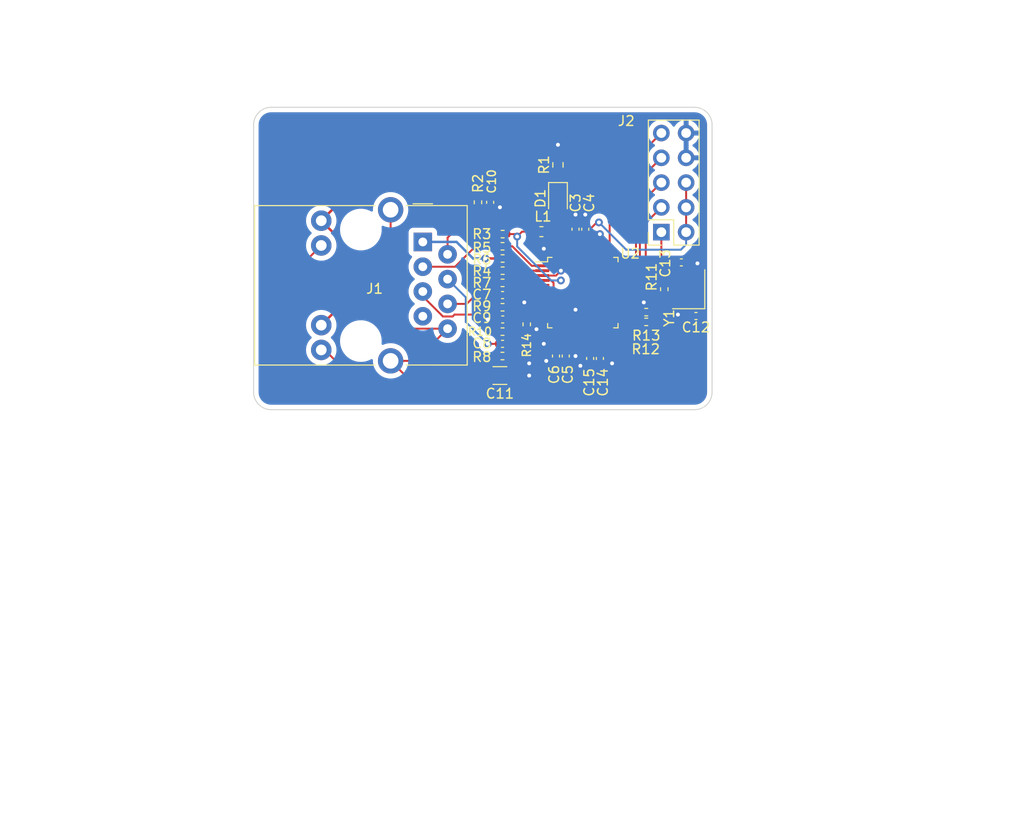
<source format=kicad_pcb>
(kicad_pcb (version 20211014) (generator pcbnew)
  (layers (0 "F.Cu" signal) (31 "B.Cu" signal) (34 "B.Paste" user) (35 "F.Paste" user) (36 "B.SilkS" user "B.Silkscreen") (37 "F.SilkS" user "F.Silkscreen") (38 "B.Mask" user) (39 "F.Mask" user) (44 "Edge.Cuts" user))
  (net 0 "")
  (net 1 "GND")
  (net 2 "+3V3")
  (net 3 "+3.3VA")
  (net 4 "Net-(C7-Pad2)")
  (net 5 "Net-(C8-Pad2)")
  (net 6 "Net-(C9-Pad2)")
  (net 7 "Net-(C12-Pad1)")
  (net 8 "Net-(C13-Pad1)")
  (net 9 "Net-(C15-Pad1)")
  (net 10 "Net-(D1-Pad1)")
  (net 11 "/A_LED")
  (net 12 "/K_LED")
  (net 13 "Net-(R5-Pad1)")
  (net 14 "Net-(R6-Pad1)")
  (net 15 "Net-(R7-Pad1)")
  (net 16 "Net-(R8-Pad1)")
  (net 17 "Net-(R12-Pad1)")
  (net 18 "Net-(R13-Pad1)")
  (net 19 "Net-(R14-Pad1)")
  (net 20 "SCS_eth")
  (net 21 "SCLK_eth")
  (net 22 "MISO_eth")
  (net 23 "MOSI_eth")
  (net 24 "RESET_eth")
  (net 25 "Net-(C7-Pad1)")
  (net 26 "Net-(C8-Pad1)")
  (net 27 "Net-(C10-Pad2)")
  (net 28 "Net-(C11-Pad2)")
  (net 29 "Net-(U2-Pad22)")
  (net 30 "Net-(J1-Pad1)")
  (net 31 "Net-(J1-Pad3)")
  (footprint "Crystal:Crystal_SMD_3225-4Pin_3.2x2.5mm" (layer "F.Cu") (at 125.6 69.65 90)
    (fp_text reference "Y1" (at -2.95 -2 90) (layer "F.SilkS"))
    (fp_text value "X322525MOB4SI")
    (pad "1" smd rect locked (at -1.1 0.85 90) (size 1.4 1.2) (layers "F.Cu" "F.Paste" "F.Mask") (net 7 "Net-(C12-Pad1)"))
    (pad "2" smd rect locked (at 1.1 0.85 90) (size 1.4 1.2) (layers "F.Cu" "F.Paste" "F.Mask") (net 1 "GND"))
    (pad "3" smd rect locked (at 1.1 -0.85 90) (size 1.4 1.2) (layers "F.Cu" "F.Paste" "F.Mask") (net 8 "Net-(C13-Pad1)"))
    (pad "4" smd rect locked (at -1.1 -0.85 90) (size 1.4 1.2) (layers "F.Cu" "F.Paste" "F.Mask") (net 1 "GND"))
  )
  (footprint "Capacitor_SMD:C_0402_1005Metric" (layer "F.Cu") (at 124.85 66.9)
    (fp_text reference "C13" (at -1.65 0.1 90) (layer "F.SilkS"))
    (fp_text value "10n")
    (pad "1" smd roundrect locked (at -0.48 0) (size 0.56 0.62) (layers "F.Cu" "F.Paste" "F.Mask") (net 8 "Net-(C13-Pad1)"))
    (pad "2" smd roundrect locked (at 0.48 0) (size 0.56 0.62) (layers "F.Cu" "F.Paste" "F.Mask") (net 1 "GND"))
  )
  (footprint "Capacitor_SMD:C_0402_1005Metric" (layer "F.Cu") (at 105.25 60.74 90)
    (fp_text reference "C10" (at 2.14 0.15 90) (layer "F.SilkS") (effects (font (size 0.85 0.85))))
    (fp_text value "22n")
    (pad "1" smd roundrect locked (at -0.48 0 90) (size 0.56 0.62) (layers "F.Cu" "F.Paste" "F.Mask") (net 1 "GND"))
    (pad "2" smd roundrect locked (at 0.48 0 90) (size 0.56 0.62) (layers "F.Cu" "F.Paste" "F.Mask") (net 27 "Net-(C10-Pad2)"))
  )
  (footprint "Resistor_SMD:R_0402_1005Metric" (layer "F.Cu") (at 121.25 73)
    (fp_text reference "R12" (at -0.05 2.8) (layer "F.SilkS"))
    (fp_text value "330R")
    (pad "1" smd roundrect locked (at -0.51 0) (size 0.54 0.64) (layers "F.Cu" "F.Paste" "F.Mask") (net 17 "Net-(R12-Pad1)"))
    (pad "2" smd roundrect locked (at 0.51 0) (size 0.54 0.64) (layers "F.Cu" "F.Paste" "F.Mask") (net 12 "/K_LED"))
  )
  (footprint "Resistor_SMD:R_0402_1005Metric" (layer "F.Cu") (at 123.1 69.65 90)
    (fp_text reference "R11" (at 1.25 -1.3 90) (layer "F.SilkS"))
    (fp_text value "1M")
    (pad "1" smd roundrect locked (at -0.51 0 90) (size 0.54 0.64) (layers "F.Cu" "F.Paste" "F.Mask") (net 7 "Net-(C12-Pad1)"))
    (pad "2" smd roundrect locked (at 0.51 0 90) (size 0.54 0.64) (layers "F.Cu" "F.Paste" "F.Mask") (net 8 "Net-(C13-Pad1)"))
  )
  (footprint "Capacitor_SMD:C_0402_1005Metric" (layer "F.Cu") (at 106.52 75.25 180)
    (fp_text reference "C8" (at 2.12 0.05) (layer "F.SilkS"))
    (fp_text value "6.8n")
    (pad "1" smd roundrect locked (at -0.48 0 180) (size 0.56 0.62) (layers "F.Cu" "F.Paste" "F.Mask") (net 26 "Net-(C8-Pad1)"))
    (pad "2" smd roundrect locked (at 0.48 0 180) (size 0.56 0.62) (layers "F.Cu" "F.Paste" "F.Mask") (net 5 "Net-(C8-Pad2)"))
  )
  (footprint "Inductor_SMD:L_0603_1608Metric" (layer "F.Cu") (at 110.5 63.75 180)
    (fp_text reference "L1" (at -0.162779 1.55) (layer "F.SilkS"))
    (fp_text value "1K2 100MHz 140mOhm")
    (pad "1" smd roundrect locked (at -0.7875 0 180) (size 0.875 0.95) (layers "F.Cu" "F.Paste" "F.Mask") (net 2 "+3V3"))
    (pad "2" smd roundrect locked (at 0.7875 0 180) (size 0.875 0.95) (layers "F.Cu" "F.Paste" "F.Mask") (net 3 "+3.3VA"))
  )
  (footprint "Capacitor_SMD:C_0402_1005Metric" (layer "F.Cu") (at 116.5 76.75 -90)
    (fp_text reference "C14" (at 2.45 -0.3 90) (layer "F.SilkS"))
    (fp_text value "10n")
    (pad "1" smd roundrect locked (at -0.48 0 270) (size 0.56 0.62) (layers "F.Cu" "F.Paste" "F.Mask") (net 29 "Net-(U2-Pad22)"))
    (pad "2" smd roundrect locked (at 0.48 0 270) (size 0.56 0.62) (layers "F.Cu" "F.Paste" "F.Mask") (net 1 "GND"))
  )
  (footprint "Resistor_SMD:R_0402_1005Metric" (layer "F.Cu") (at 106.52 74 180)
    (fp_text reference "R10" (at 2.32 0) (layer "F.SilkS") (effects (font (size 0.85 0.85))))
    (fp_text value "49R")
    (pad "1" smd roundrect locked (at -0.51 0 180) (size 0.54 0.64) (layers "F.Cu" "F.Paste" "F.Mask") (net 26 "Net-(C8-Pad1)"))
    (pad "2" smd roundrect locked (at 0.51 0 180) (size 0.54 0.64) (layers "F.Cu" "F.Paste" "F.Mask") (net 6 "Net-(C9-Pad2)"))
  )
  (footprint "Capacitor_SMD:C_1206_3216Metric" (layer "F.Cu") (at 106.25 78.5 180)
    (fp_text reference "C11" (at 0 -1.85) (layer "F.SilkS"))
    (fp_text value "1n/10kV")
    (pad "1" smd roundrect locked (at -1.475 0 180) (size 1.15 1.8) (layers "F.Cu" "F.Paste" "F.Mask") (roundrect_rratio 0.2173913043) (net 1 "GND"))
    (pad "2" smd roundrect locked (at 1.475 0 180) (size 1.15 1.8) (layers "F.Cu" "F.Paste" "F.Mask") (roundrect_rratio 0.2173913043) (net 28 "Net-(C11-Pad2)"))
  )
  (footprint "Capacitor_SMD:C_0402_1005Metric" (layer "F.Cu") (at 126.35 72.4 180)
    (fp_text reference "C12" (at 0 -1.16) (layer "F.SilkS"))
    (fp_text value "10n")
    (pad "1" smd roundrect locked (at -0.48 0 180) (size 0.56 0.62) (layers "F.Cu" "F.Paste" "F.Mask") (net 7 "Net-(C12-Pad1)"))
    (pad "2" smd roundrect locked (at 0.48 0 180) (size 0.56 0.62) (layers "F.Cu" "F.Paste" "F.Mask") (net 1 "GND"))
  )
  (footprint "Capacitor_SMD:C_0402_1005Metric" (layer "F.Cu") (at 106.52 70.25 180)
    (fp_text reference "C7" (at 2.12 0.05) (layer "F.SilkS"))
    (fp_text value "6.8n")
    (pad "1" smd roundrect locked (at -0.48 0 180) (size 0.56 0.62) (layers "F.Cu" "F.Paste" "F.Mask") (net 25 "Net-(C7-Pad1)"))
    (pad "2" smd roundrect locked (at 0.48 0 180) (size 0.56 0.62) (layers "F.Cu" "F.Paste" "F.Mask") (net 4 "Net-(C7-Pad2)"))
  )
  (footprint "Package_QFP:LQFP-48_7x7mm_P0.5mm" (layer "F.Cu") (at 114.75 70)
    (fp_text reference "U2" (at 4.85 -4) (layer "F.SilkS"))
    (fp_text value "W5500")
    (pad "1" smd roundrect locked (at -4.1625 -2.75) (size 1.475 0.3) (layers "F.Cu" "F.Paste" "F.Mask") (net 13 "Net-(R5-Pad1)"))
    (pad "2" smd roundrect locked (at -4.1625 -2.25) (size 1.475 0.3) (layers "F.Cu" "F.Paste" "F.Mask") (net 14 "Net-(R6-Pad1)"))
    (pad "3" smd roundrect locked (at -4.1625 -1.75) (size 1.475 0.3) (layers "F.Cu" "F.Paste" "F.Mask") (net 1 "GND"))
    (pad "4" smd roundrect locked (at -4.1625 -1.25) (size 1.475 0.3) (layers "F.Cu" "F.Paste" "F.Mask") (net 3 "+3.3VA"))
    (pad "5" smd roundrect locked (at -4.1625 -0.75) (size 1.475 0.3) (layers "F.Cu" "F.Paste" "F.Mask") (net 15 "Net-(R7-Pad1)"))
    (pad "6" smd roundrect locked (at -4.1625 -0.25) (size 1.475 0.3) (layers "F.Cu" "F.Paste" "F.Mask") (net 16 "Net-(R8-Pad1)"))
    (pad "7" smd roundrect locked (at -4.1625 0.25) (size 1.475 0.3) (layers "F.Cu" "F.Paste" "F.Mask"))
    (pad "8" smd roundrect locked (at -4.1625 0.75) (size 1.475 0.3) (layers "F.Cu" "F.Paste" "F.Mask") (net 3 "+3.3VA"))
    (pad "9" smd roundrect locked (at -4.1625 1.25) (size 1.475 0.3) (layers "F.Cu" "F.Paste" "F.Mask") (net 1 "GND"))
    (pad "10" smd roundrect locked (at -4.1625 1.75) (size 1.475 0.3) (layers "F.Cu" "F.Paste" "F.Mask") (net 19 "Net-(R14-Pad1)"))
    (pad "11" smd roundrect locked (at -4.1625 2.25) (size 1.475 0.3) (layers "F.Cu" "F.Paste" "F.Mask") (net 3 "+3.3VA"))
    (pad "12" smd roundrect locked (at -4.1625 2.75) (size 1.475 0.3) (layers "F.Cu" "F.Paste" "F.Mask"))
    (pad "13" smd roundrect locked (at -2.75 4.1625) (size 0.3 1.475) (layers "F.Cu" "F.Paste" "F.Mask"))
    (pad "14" smd roundrect locked (at -2.25 4.1625) (size 0.3 1.475) (layers "F.Cu" "F.Paste" "F.Mask") (net 1 "GND"))
    (pad "15" smd roundrect locked (at -1.75 4.1625) (size 0.3 1.475) (layers "F.Cu" "F.Paste" "F.Mask") (net 3 "+3.3VA"))
    (pad "16" smd roundrect locked (at -1.25 4.1625) (size 0.3 1.475) (layers "F.Cu" "F.Paste" "F.Mask") (net 1 "GND"))
    (pad "17" smd roundrect locked (at -0.75 4.1625) (size 0.3 1.475) (layers "F.Cu" "F.Paste" "F.Mask") (net 3 "+3.3VA"))
    (pad "18" smd roundrect locked (at -0.25 4.1625) (size 0.3 1.475) (layers "F.Cu" "F.Paste" "F.Mask"))
    (pad "19" smd roundrect locked (at 0.25 4.1625) (size 0.3 1.475) (layers "F.Cu" "F.Paste" "F.Mask") (net 1 "GND"))
    (pad "20" smd roundrect locked (at 0.75 4.1625) (size 0.3 1.475) (layers "F.Cu" "F.Paste" "F.Mask") (net 9 "Net-(C15-Pad1)"))
    (pad "21" smd roundrect locked (at 1.25 4.1625) (size 0.3 1.475) (layers "F.Cu" "F.Paste" "F.Mask") (net 3 "+3.3VA"))
    (pad "22" smd roundrect locked (at 1.75 4.1625) (size 0.3 1.475) (layers "F.Cu" "F.Paste" "F.Mask") (net 29 "Net-(U2-Pad22)"))
    (pad "23" smd roundrect locked (at 2.25 4.1625) (size 0.3 1.475) (layers "F.Cu" "F.Paste" "F.Mask") (net 1 "GND"))
    (pad "24" smd roundrect locked (at 2.75 4.1625) (size 0.3 1.475) (layers "F.Cu" "F.Paste" "F.Mask"))
    (pad "25" smd roundrect locked (at 4.1625 2.75) (size 1.475 0.3) (layers "F.Cu" "F.Paste" "F.Mask") (net 17 "Net-(R12-Pad1)"))
    (pad "26" smd roundrect locked (at 4.1625 2.25) (size 1.475 0.3) (layers "F.Cu" "F.Paste" "F.Mask"))
    (pad "27" smd roundrect locked (at 4.1625 1.75) (size 1.475 0.3) (layers "F.Cu" "F.Paste" "F.Mask") (net 18 "Net-(R13-Pad1)"))
    (pad "28" smd roundrect locked (at 4.1625 1.25) (size 1.475 0.3) (layers "F.Cu" "F.Paste" "F.Mask") (net 2 "+3V3"))
    (pad "29" smd roundrect locked (at 4.1625 0.75) (size 1.475 0.3) (layers "F.Cu" "F.Paste" "F.Mask") (net 1 "GND"))
    (pad "30" smd roundrect locked (at 4.1625 0.25) (size 1.475 0.3) (layers "F.Cu" "F.Paste" "F.Mask") (net 7 "Net-(C12-Pad1)"))
    (pad "31" smd roundrect locked (at 4.1625 -0.25) (size 1.475 0.3) (layers "F.Cu" "F.Paste" "F.Mask") (net 8 "Net-(C13-Pad1)"))
    (pad "32" smd roundrect locked (at 4.1625 -0.75) (size 1.475 0.3) (layers "F.Cu" "F.Paste" "F.Mask") (net 20 "SCS_eth"))
    (pad "33" smd roundrect locked (at 4.1625 -1.25) (size 1.475 0.3) (layers "F.Cu" "F.Paste" "F.Mask") (net 21 "SCLK_eth"))
    (pad "34" smd roundrect locked (at 4.1625 -1.75) (size 1.475 0.3) (layers "F.Cu" "F.Paste" "F.Mask") (net 22 "MISO_eth"))
    (pad "35" smd roundrect locked (at 4.1625 -2.25) (size 1.475 0.3) (layers "F.Cu" "F.Paste" "F.Mask") (net 23 "MOSI_eth"))
    (pad "36" smd roundrect locked (at 4.1625 -2.75) (size 1.475 0.3) (layers "F.Cu" "F.Paste" "F.Mask") (net 2 "+3V3"))
    (pad "37" smd roundrect locked (at 2.75 -4.1625) (size 0.3 1.475) (layers "F.Cu" "F.Paste" "F.Mask") (net 24 "RESET_eth"))
    (pad "38" smd roundrect locked (at 2.25 -4.1625) (size 0.3 1.475) (layers "F.Cu" "F.Paste" "F.Mask") (net 1 "GND"))
    (pad "39" smd roundrect locked (at 1.75 -4.1625) (size 0.3 1.475) (layers "F.Cu" "F.Paste" "F.Mask") (net 1 "GND"))
    (pad "40" smd roundrect locked (at 1.25 -4.1625) (size 0.3 1.475) (layers "F.Cu" "F.Paste" "F.Mask") (net 1 "GND"))
    (pad "41" smd roundrect locked (at 0.75 -4.1625) (size 0.3 1.475) (layers "F.Cu" "F.Paste" "F.Mask") (net 1 "GND"))
    (pad "42" smd roundrect locked (at 0.25 -4.1625) (size 0.3 1.475) (layers "F.Cu" "F.Paste" "F.Mask") (net 1 "GND"))
    (pad "43" smd roundrect locked (at -0.25 -4.1625) (size 0.3 1.475) (layers "F.Cu" "F.Paste" "F.Mask") (net 2 "+3V3"))
    (pad "44" smd roundrect locked (at -0.75 -4.1625) (size 0.3 1.475) (layers "F.Cu" "F.Paste" "F.Mask") (net 2 "+3V3"))
    (pad "45" smd roundrect locked (at -1.25 -4.1625) (size 0.3 1.475) (layers "F.Cu" "F.Paste" "F.Mask") (net 2 "+3V3"))
    (pad "46" smd roundrect locked (at -1.75 -4.1625) (size 0.3 1.475) (layers "F.Cu" "F.Paste" "F.Mask"))
    (pad "47" smd roundrect locked (at -2.25 -4.1625) (size 0.3 1.475) (layers "F.Cu" "F.Paste" "F.Mask"))
    (pad "48" smd roundrect locked (at -2.75 -4.1625) (size 0.3 1.475) (layers "F.Cu" "F.Paste" "F.Mask") (net 1 "GND"))
  )
  (footprint "Resistor_SMD:R_0402_1005Metric" (layer "F.Cu") (at 106.52 69 180)
    (fp_text reference "R7" (at 2.12 0) (layer "F.SilkS"))
    (fp_text value "3.3R")
    (pad "1" smd roundrect locked (at -0.51 0 180) (size 0.54 0.64) (layers "F.Cu" "F.Paste" "F.Mask") (net 15 "Net-(R7-Pad1)"))
    (pad "2" smd roundrect locked (at 0.51 0 180) (size 0.54 0.64) (layers "F.Cu" "F.Paste" "F.Mask") (net 25 "Net-(C7-Pad1)"))
  )
  (footprint "Capacitor_SMD:C_0402_1005Metric" (layer "F.Cu") (at 115.5 76.75 -90)
    (fp_text reference "C15" (at 2.45 0.1 90) (layer "F.SilkS"))
    (fp_text value "10u")
    (pad "1" smd roundrect locked (at -0.48 0 270) (size 0.56 0.62) (layers "F.Cu" "F.Paste" "F.Mask") (net 9 "Net-(C15-Pad1)"))
    (pad "2" smd roundrect locked (at 0.48 0 270) (size 0.56 0.62) (layers "F.Cu" "F.Paste" "F.Mask") (net 1 "GND"))
  )
  (footprint "Resistor_SMD:R_0402_1005Metric" (layer "F.Cu") (at 106.53 66.5 180)
    (fp_text reference "R6" (at 2.13 -0.1) (layer "F.SilkS"))
    (fp_text value "3.3R")
    (pad "1" smd roundrect locked (at -0.51 0 180) (size 0.54 0.64) (layers "F.Cu" "F.Paste" "F.Mask") (net 14 "Net-(R6-Pad1)"))
    (pad "2" smd roundrect locked (at 0.51 0 180) (size 0.54 0.64) (layers "F.Cu" "F.Paste" "F.Mask") (net 30 "Net-(J1-Pad1)"))
  )
  (footprint "Resistor_SMD:R_0402_1005Metric" (layer "F.Cu") (at 106.51 76.5 180)
    (fp_text reference "R8" (at 2.11 -0.1) (layer "F.SilkS"))
    (fp_text value "3.3R")
    (pad "1" smd roundrect locked (at -0.51 0 180) (size 0.54 0.64) (layers "F.Cu" "F.Paste" "F.Mask") (net 16 "Net-(R8-Pad1)"))
    (pad "2" smd roundrect locked (at 0.51 0 180) (size 0.54 0.64) (layers "F.Cu" "F.Paste" "F.Mask") (net 26 "Net-(C8-Pad1)"))
  )
  (footprint "Connector_RJ:RJ45_Bel_SI-60062-F" (layer "F.Cu") (at 98.345 64.805 -90)
    (fp_text reference "J1" (at 4.795 4.945 180) (layer "F.SilkS"))
    (fp_text value "HR911105A")
    (pad "" np_thru_hole circle locked (at 10.16 6.35 270) (size 3.25 3.25) (drill 3.25) (layers *.Cu *.Mask))
    (pad "" np_thru_hole circle locked (at -1.27 6.35 270) (size 3.25 3.25) (drill 3.25) (layers *.Cu *.Mask))
    (pad "1" thru_hole rect locked (at 0 0 270) (size 1.9 1.9) (drill 0.9) (layers *.Cu *.Mask) (net 30 "Net-(J1-Pad1)"))
    (pad "2" thru_hole circle locked (at 1.27 -2.54 270) (size 1.9 1.9) (drill 0.9) (layers *.Cu *.Mask) (net 27 "Net-(C10-Pad2)"))
    (pad "3" thru_hole circle locked (at 2.54 0 270) (size 1.9 1.9) (drill 0.9) (layers *.Cu *.Mask) (net 31 "Net-(J1-Pad3)"))
    (pad "4" thru_hole circle locked (at 3.81 -2.54 270) (size 1.9 1.9) (drill 0.9) (layers *.Cu *.Mask) (net 5 "Net-(C8-Pad2)"))
    (pad "5" thru_hole circle locked (at 5.08 0 270) (size 1.9 1.9) (drill 0.9) (layers *.Cu *.Mask) (net 6 "Net-(C9-Pad2)"))
    (pad "6" thru_hole circle locked (at 6.35 -2.54 270) (size 1.9 1.9) (drill 0.9) (layers *.Cu *.Mask) (net 4 "Net-(C7-Pad2)"))
    (pad "7" thru_hole circle locked (at 7.62 0 270) (size 1.9 1.9) (drill 0.9) (layers *.Cu *.Mask))
    (pad "8" thru_hole circle locked (at 8.89 -2.54 270) (size 1.9 1.9) (drill 0.9) (layers *.Cu *.Mask) (net 28 "Net-(C11-Pad2)"))
    (pad "L1" thru_hole circle locked (at -2.18 10.41 270) (size 2.1 2.1) (drill 1.1) (layers *.Cu *.Mask) (net 2 "+3V3"))
    (pad "L2" thru_hole circle locked (at 0.36 10.41 270) (size 2.1 2.1) (drill 1.1) (layers *.Cu *.Mask) (net 11 "/A_LED"))
    (pad "L3" thru_hole circle locked (at 8.53 10.41 270) (size 2.1 2.1) (drill 1.1) (layers *.Cu *.Mask) (net 2 "+3V3"))
    (pad "L4" thru_hole circle locked (at 11.07 10.41 270) (size 2.1 2.1) (drill 1.1) (layers *.Cu *.Mask) (net 12 "/K_LED"))
    (pad "SH" thru_hole circle locked (at 12.19 3.3 270) (size 2.6 2.6) (drill 1.6) (layers *.Cu *.Mask) (net 28 "Net-(C11-Pad2)"))
    (pad "SH" thru_hole circle locked (at -3.3 3.3 270) (size 2.6 2.6) (drill 1.6) (layers *.Cu *.Mask) (net 28 "Net-(C11-Pad2)"))
  )
  (footprint "Connector_PinSocket_2.54mm:PinSocket_2x05_P2.54mm_Vertical" (layer "F.Cu") (at 122.8 63.8 180)
    (fp_text reference "J2" (at 3.6 11.4) (layer "F.SilkS"))
    (fp_text value "Conn_02x05_Odd_Even")
    (pad "1" thru_hole rect locked (at 0 0 180) (size 1.7 1.7) (drill 1) (layers *.Cu *.Mask) (net 20 "SCS_eth"))
    (pad "2" thru_hole oval locked (at -2.54 0 180) (size 1.7 1.7) (drill 1) (layers *.Cu *.Mask) (net 2 "+3V3"))
    (pad "3" thru_hole oval locked (at 0 2.54 180) (size 1.7 1.7) (drill 1) (layers *.Cu *.Mask) (net 21 "SCLK_eth"))
    (pad "4" thru_hole oval locked (at -2.54 2.54 180) (size 1.7 1.7) (drill 1) (layers *.Cu *.Mask) (net 2 "+3V3"))
    (pad "5" thru_hole oval locked (at 0 5.08 180) (size 1.7 1.7) (drill 1) (layers *.Cu *.Mask) (net 22 "MISO_eth"))
    (pad "6" thru_hole oval locked (at -2.54 5.08 180) (size 1.7 1.7) (drill 1) (layers *.Cu *.Mask) (net 2 "+3V3"))
    (pad "7" thru_hole oval locked (at 0 7.62 180) (size 1.7 1.7) (drill 1) (layers *.Cu *.Mask) (net 23 "MOSI_eth"))
    (pad "8" thru_hole oval locked (at -2.54 7.62 180) (size 1.7 1.7) (drill 1) (layers *.Cu *.Mask) (net 1 "GND"))
    (pad "9" thru_hole oval locked (at 0 10.16 180) (size 1.7 1.7) (drill 1) (layers *.Cu *.Mask) (net 24 "RESET_eth"))
    (pad "10" thru_hole oval locked (at -2.54 10.16 180) (size 1.7 1.7) (drill 1) (layers *.Cu *.Mask) (net 1 "GND"))
  )
  (footprint "Capacitor_SMD:C_0402_1005Metric" (layer "F.Cu") (at 106.54 72.75)
    (fp_text reference "C9" (at -2.14 -0.15) (layer "F.SilkS"))
    (fp_text value "10n")
    (pad "1" smd roundrect locked (at -0.48 0) (size 0.56 0.62) (layers "F.Cu" "F.Paste" "F.Mask") (net 1 "GND"))
    (pad "2" smd roundrect locked (at 0.48 0) (size 0.56 0.62) (layers "F.Cu" "F.Paste" "F.Mask") (net 6 "Net-(C9-Pad2)"))
  )
  (footprint "LED_SMD:LED_0805_2012Metric" (layer "F.Cu") (at 112.2 60.4 -90)
    (fp_text reference "D1" (at -0.05625 1.8 90) (layer "F.SilkS"))
    (fp_text value "LED")
    (pad "1" smd roundrect locked (at -0.9375 0 270) (size 0.975 1.4) (layers "F.Cu" "F.Paste" "F.Mask") (net 10 "Net-(D1-Pad1)"))
    (pad "2" smd roundrect locked (at 0.9375 0 270) (size 0.975 1.4) (layers "F.Cu" "F.Paste" "F.Mask") (net 2 "+3V3"))
  )
  (footprint "Resistor_SMD:R_0402_1005Metric" (layer "F.Cu") (at 106.52 65.25 180)
    (fp_text reference "R5" (at 2.12 -0.15) (layer "F.SilkS"))
    (fp_text value "3.3R")
    (pad "1" smd roundrect locked (at -0.51 0 180) (size 0.54 0.64) (layers "F.Cu" "F.Paste" "F.Mask") (net 13 "Net-(R5-Pad1)"))
    (pad "2" smd roundrect locked (at 0.51 0 180) (size 0.54 0.64) (layers "F.Cu" "F.Paste" "F.Mask") (net 31 "Net-(J1-Pad3)"))
  )
  (footprint "Resistor_SMD:R_0402_1005Metric" (layer "F.Cu") (at 106.53 67.75)
    (fp_text reference "R4" (at -2.13 0.05) (layer "F.SilkS"))
    (fp_text value "50R")
    (pad "1" smd roundrect locked (at -0.51 0) (size 0.54 0.64) (layers "F.Cu" "F.Paste" "F.Mask") (net 30 "Net-(J1-Pad1)"))
    (pad "2" smd roundrect locked (at 0.51 0) (size 0.54 0.64) (layers "F.Cu" "F.Paste" "F.Mask") (net 3 "+3.3VA"))
  )
  (footprint "Resistor_SMD:R_0402_1005Metric" (layer "F.Cu") (at 121.25 72)
    (fp_text reference "R13" (at 0 2.4) (layer "F.SilkS"))
    (fp_text value "330R")
    (pad "1" smd roundrect locked (at -0.51 0) (size 0.54 0.64) (layers "F.Cu" "F.Paste" "F.Mask") (net 18 "Net-(R13-Pad1)"))
    (pad "2" smd roundrect locked (at 0.51 0) (size 0.54 0.64) (layers "F.Cu" "F.Paste" "F.Mask") (net 11 "/A_LED"))
  )
  (footprint "Capacitor_SMD:C_0402_1005Metric" (layer "F.Cu") (at 115 63.5 90)
    (fp_text reference "C4" (at 2.7 0.4 90) (layer "F.SilkS"))
    (fp_text value "100n")
    (pad "1" smd roundrect locked (at -0.48 0 90) (size 0.56 0.62) (layers "F.Cu" "F.Paste" "F.Mask") (net 2 "+3V3"))
    (pad "2" smd roundrect locked (at 0.48 0 90) (size 0.56 0.62) (layers "F.Cu" "F.Paste" "F.Mask") (net 1 "GND"))
  )
  (footprint "Resistor_SMD:R_0402_1005Metric" (layer "F.Cu") (at 106.52 71.5 180)
    (fp_text reference "R9" (at 2.12 0.1) (layer "F.SilkS"))
    (fp_text value "50R")
    (pad "1" smd roundrect locked (at -0.51 0 180) (size 0.54 0.64) (layers "F.Cu" "F.Paste" "F.Mask") (net 25 "Net-(C7-Pad1)"))
    (pad "2" smd roundrect locked (at 0.51 0 180) (size 0.54 0.64) (layers "F.Cu" "F.Paste" "F.Mask") (net 6 "Net-(C9-Pad2)"))
  )
  (footprint "Resistor_SMD:R_0402_1005Metric" (layer "F.Cu") (at 109 73.25 -90)
    (fp_text reference "R14" (at 2.15 0 90) (layer "F.SilkS") (effects (font (size 0.85 0.85))))
    (fp_text value "12.4k")
    (pad "1" smd roundrect locked (at -0.51 0 270) (size 0.54 0.64) (layers "F.Cu" "F.Paste" "F.Mask") (net 19 "Net-(R14-Pad1)"))
    (pad "2" smd roundrect locked (at 0.51 0 270) (size 0.54 0.64) (layers "F.Cu" "F.Paste" "F.Mask") (net 1 "GND"))
  )
  (footprint "Resistor_SMD:R_0402_1005Metric" (layer "F.Cu") (at 106.53 64)
    (fp_text reference "R3" (at -2.13 0) (layer "F.SilkS"))
    (fp_text value "50R")
    (pad "1" smd roundrect locked (at -0.51 0) (size 0.54 0.64) (layers "F.Cu" "F.Paste" "F.Mask") (net 31 "Net-(J1-Pad3)"))
    (pad "2" smd roundrect locked (at 0.51 0) (size 0.54 0.64) (layers "F.Cu" "F.Paste" "F.Mask") (net 3 "+3.3VA"))
  )
  (footprint "Capacitor_SMD:C_0402_1005Metric" (layer "F.Cu") (at 113 76.5 -90)
    (fp_text reference "C5" (at 1.9 -0.2 90) (layer "F.SilkS"))
    (fp_text value "100n")
    (pad "1" smd roundrect locked (at -0.48 0 270) (size 0.56 0.62) (layers "F.Cu" "F.Paste" "F.Mask") (net 3 "+3.3VA"))
    (pad "2" smd roundrect locked (at 0.48 0 270) (size 0.56 0.62) (layers "F.Cu" "F.Paste" "F.Mask") (net 1 "GND"))
  )
  (footprint "Capacitor_SMD:C_0402_1005Metric" (layer "F.Cu") (at 114 63.5 90)
    (fp_text reference "C3" (at 2.7 0 90) (layer "F.SilkS"))
    (fp_text value "10u")
    (pad "1" smd roundrect locked (at -0.48 0 90) (size 0.56 0.62) (layers "F.Cu" "F.Paste" "F.Mask") (net 2 "+3V3"))
    (pad "2" smd roundrect locked (at 0.48 0 90) (size 0.56 0.62) (layers "F.Cu" "F.Paste" "F.Mask") (net 1 "GND"))
  )
  (footprint "Resistor_SMD:R_0603_1608Metric" (layer "F.Cu") (at 112.2 56.9 90)
    (fp_text reference "R1" (at 0 -1.43 90) (layer "F.SilkS"))
    (fp_text value "200R")
    (pad "1" smd roundrect locked (at -0.825 0 90) (size 0.8 0.95) (layers "F.Cu" "F.Paste" "F.Mask") (net 10 "Net-(D1-Pad1)"))
    (pad "2" smd roundrect locked (at 0.825 0 90) (size 0.8 0.95) (layers "F.Cu" "F.Paste" "F.Mask") (net 1 "GND"))
  )
  (footprint "Capacitor_SMD:C_0402_1005Metric" (layer "F.Cu") (at 112 76.5 -90)
    (fp_text reference "C6" (at 1.9 0.2 90) (layer "F.SilkS"))
    (fp_text value "10u")
    (pad "1" smd roundrect locked (at -0.48 0 270) (size 0.56 0.62) (layers "F.Cu" "F.Paste" "F.Mask") (net 3 "+3.3VA"))
    (pad "2" smd roundrect locked (at 0.48 0 270) (size 0.56 0.62) (layers "F.Cu" "F.Paste" "F.Mask") (net 1 "GND"))
  )
  (footprint "Resistor_SMD:R_0402_1005Metric" (layer "F.Cu") (at 104 60.74 90)
    (fp_text reference "R2" (at 1.94 0 90) (layer "F.SilkS"))
    (fp_text value "10R")
    (pad "1" smd roundrect locked (at -0.51 0 90) (size 0.54 0.64) (layers "F.Cu" "F.Paste" "F.Mask") (net 27 "Net-(C10-Pad2)"))
    (pad "2" smd roundrect locked (at 0.51 0 90) (size 0.54 0.64) (layers "F.Cu" "F.Paste" "F.Mask") (net 3 "+3.3VA"))
  )
  (gr_arc (start 126.2 51) (mid 127.472792 51.527208) (end 128 52.8) (layer "Edge.Cuts") (width 0.1))
  (gr_arc (start 81 52.8) (mid 81.527208 51.527208) (end 82.8 51) (layer "Edge.Cuts") (width 0.1))
  (gr_line (start 81 52.8) (end 81 80.2) (layer "Edge.Cuts") (width 0.1))
  (gr_line (start 82.8 82) (end 126.2 82) (layer "Edge.Cuts") (width 0.1))
  (gr_arc (start 82.8 82) (mid 81.527208 81.472792) (end 81 80.2) (layer "Edge.Cuts") (width 0.1))
  (gr_line (start 126.2 51) (end 82.8 51) (layer "Edge.Cuts") (width 0.1))
  (gr_arc (start 128 80.2) (mid 127.472792 81.472792) (end 126.2 82) (layer "Edge.Cuts") (width 0.1))
  (gr_line (start 128 80.2) (end 128 52.8) (layer "Edge.Cuts") (width 0.1))
  (segment (start 114.5 77.5) (end 114.77 77.23) (width 0.2) (layer "F.Cu") (net 1))
  (segment (start 124.65 72.4) (end 124.5 72.25) (width 0.2) (layer "F.Cu") (net 1))
  (segment (start 124.75 72) (end 124.5 72.25) (width 0.2) (layer "F.Cu") (net 1))
  (segment (start 112 76.98) (end 111.02 76.98) (width 0.2) (layer "F.Cu") (net 1))
  (segment (start 109.99 73.76) (end 110 73.75) (width 0.2) (layer "F.Cu") (net 1))
  (segment (start 109 73.76) (end 109.99 73.76) (width 0.2) (layer "F.Cu") (net 1))
  (segment (start 116 64.75) (end 116.5 64.75) (width 0.2) (layer "F.Cu") (net 1))
  (segment (start 124.75 70.75) (end 124.75 72) (width 0.2) (layer "F.Cu") (net 1))
  (segment (start 114.77 77.23) (end 115.5 77.23) (width 0.2) (layer "F.Cu") (net 1))
  (segment (start 110.5875 71.25) (end 109 71.25) (width 0.2) (layer "F.Cu") (net 1))
  (segment (start 108.75 77.25) (end 109.25 77.25) (width 0.2) (layer "F.Cu") (net 1))
  (segment (start 117.73 77.23) (end 117.75 77.25) (width 0.2) (layer "F.Cu") (net 1))
  (segment (start 112.179651 75.25) (end 110.75 75.25) (width 0.2) (layer "F.Cu") (net 1))
  (segment (start 111.02 76.98) (end 111 77) (width 0.2) (layer "F.Cu") (net 1))
  (segment (start 116.5 77.23) (end 117.73 77.23) (width 0.2) (layer "F.Cu") (net 1))
  (segment (start 115 74.1625) (end 115 75.5) (width 0.2) (layer "F.Cu") (net 1))
  (segment (start 110.5875 68.25) (end 112 68.25) (width 0.2) (layer "F.Cu") (net 1))
  (segment (start 107.725 78.275) (end 108.75 77.25) (width 0.2) (layer "F.Cu") (net 1))
  (segment (start 113.5 72.25) (end 114 71.75) (width 0.2) (layer "F.Cu") (net 1))
  (segment (start 115.5 64.75) (end 116 64.75) (width 0.2) (layer "F.Cu") (net 1))
  (segment (start 116.5 65.8375) (end 116.5 64.75) (width 0.2) (layer "F.Cu") (net 1))
  (segment (start 115 75.5) (end 114 76.5) (width 0.2) (layer "F.Cu") (net 1))
  (segment (start 117.75 76.25) (end 117 75.5) (width 0.2) (layer "F.Cu") (net 1))
  (segment (start 112.2 56.075) (end 112.2 54.84375) (width 0.2) (layer "F.Cu") (net 1))
  (segment (start 115 65) (end 115.25 64.75) (width 0.2) (layer "F.Cu") (net 1))
  (segment (start 126.45 68.55) (end 126.45 67.05) (width 0.2) (layer "F.Cu") (net 1))
  (segment (start 126.4 66.9) (end 126.5 67) (width 0.2) (layer "F.Cu") (net 1))
  (segment (start 115.25 64.75) (end 115.5 64.75) (width 0.2) (layer "F.Cu") (net 1))
  (segment (start 112 65.8375) (end 111.0875 65.8375) (width 0.2) (layer "F.Cu") (net 1))
  (segment (start 118.9125 70.75) (end 120.75 70.75) (width 0.2) (layer "F.Cu") (net 1))
  (segment (start 117 75.5) (end 117 74.1625) (width 0.2) (layer "F.Cu") (net 1))
  (segment (start 117 65.8375) (end 117 64.75) (width 0.2) (layer "F.Cu") (net 1))
  (segment (start 116.5 64) (end 117 64.5) (width 0.2) (layer "F.Cu") (net 1))
  (segment (start 107.725 78.5) (end 107.725 78.275) (width 0.2) (layer "F.Cu") (net 1))
  (segment (start 120.75 70.75) (end 121 71) (width 0.2) (layer "F.Cu") (net 1))
  (segment (start 113.5 74.1625) (end 113.5 72.25) (width 0.2) (layer "F.Cu") (net 1))
  (segment (start 107.725 78.5) (end 109.25 78.5) (width 0.2) (layer "F.Cu") (net 1))
  (segment (start 115 65.8375) (end 115 65) (width 0.2) (layer "F.Cu") (net 1))
  (segment (start 125.87 72.4) (end 124.65 72.4) (width 0.2) (layer "F.Cu") (net 1))
  (segment (start 125.33 66.9) (end 126.4 66.9) (width 0.2) (layer "F.Cu") (net 1))
  (segment (start 113.52 76.98) (end 114 76.5) (width 0.2) (layer "F.Cu") (net 1))
  (segment (start 113 76.98) (end 113.52 76.98) (width 0.2) (layer "F.Cu") (net 1))
  (segment (start 111.0875 65.8375) (end 110.75 65.5) (width 0.2) (layer "F.Cu") (net 1))
  (segment (start 112.5 74.1625) (end 112.5 74.929651) (width 0.2) (layer "F.Cu") (net 1))
  (segment (start 115 63.02) (end 115 62) (width 0.2) (layer "F.Cu") (net 1))
  (segment (start 117.75 77.25) (end 117.75 76.25) (width 0.2) (layer "F.Cu") (net 1))
  (segment (start 116.5 64.75) (end 117 64.75) (width 0.2) (layer "F.Cu") (net 1))
  (segment (start 114 63.02) (end 114 62) (width 0.2) (layer "F.Cu") (net 1))
  (segment (start 112.5 74.929651) (end 112.179651 75.25) (width 0.2) (layer "F.Cu") (net 1))
  (segment (start 105.25 61.22) (end 106.22 61.22) (width 0.2) (layer "F.Cu") (net 1))
  (segment (start 109 71.25) (end 108.75 71) (width 0.2) (layer "F.Cu") (net 1))
  (segment (start 117 64.5) (end 117 64.75) (width 0.2) (layer "F.Cu") (net 1))
  (segment (start 106.22 61.22) (end 106.25 61.25) (width 0.2) (layer "F.Cu") (net 1))
  (segment (start 126.45 67.05) (end 126.5 67) (width 0.2) (layer "F.Cu") (net 1))
  (segment (start 115.5 65.8375) (end 115.5 64.75) (width 0.2) (layer "F.Cu") (net 1))
  (segment (start 116 65.8375) (end 116 64.75) (width 0.2) (layer "F.Cu") (net 1))
  (segment (start 112 68.25) (end 112.5 67.75) (width 0.2) (layer "F.Cu") (net 1))
  (segment (start 106.06 72.75) (end 105 72.75) (width 0.2) (layer "F.Cu") (net 1))
  (via (at 121 71) (size 0.8) (drill 0.4) (layers "F.Cu" "B.Cu") (net 1))
  (via (at 112.5 67.75) (size 0.8) (drill 0.4) (layers "F.Cu" "B.Cu") (net 1))
  (via (at 116.5 64) (size 0.8) (drill 0.4) (layers "F.Cu" "B.Cu") (net 1))
  (via (at 112.2 54.84375) (size 0.8) (drill 0.4) (layers "F.Cu" "B.Cu") (net 1))
  (via (at 109.25 77.25) (size 0.8) (drill 0.4) (layers "F.Cu" "B.Cu") (net 1))
  (via (at 105 72.75) (size 0.8) (drill 0.4) (layers "F.Cu" "B.Cu") (net 1))
  (via (at 114 62) (size 0.8) (drill 0.4) (layers "F.Cu" "B.Cu") (net 1))
  (via (at 110.75 65.5) (size 0.8) (drill 0.4) (layers "F.Cu" "B.Cu") (net 1))
  (via (at 109.25 78.5) (size 0.8) (drill 0.4) (layers "F.Cu" "B.Cu") (net 1))
  (via (at 114 71.75) (size 0.8) (drill 0.4) (layers "F.Cu" "B.Cu") (net 1))
  (via (at 110 73.75) (size 0.8) (drill 0.4) (layers "F.Cu" "B.Cu") (net 1))
  (via (at 126.5 67) (size 0.8) (drill 0.4) (layers "F.Cu" "B.Cu") (net 1))
  (via (at 111 77) (size 0.8) (drill 0.4) (layers "F.Cu" "B.Cu") (net 1))
  (via (at 106.25 61.25) (size 0.8) (drill 0.4) (layers "F.Cu" "B.Cu") (net 1))
  (via (at 117.75 77.25) (size 0.8) (drill 0.4) (layers "F.Cu" "B.Cu") (net 1))
  (via (at 124.5 72.25) (size 0.8) (drill 0.4) (layers "F.Cu" "B.Cu") (net 1))
  (via (at 110.75 75.25) (size 0.8) (drill 0.4) (layers "F.Cu" "B.Cu") (net 1))
  (via (at 114.5 77.5) (size 0.8) (drill 0.4) (layers "F.Cu" "B.Cu") (net 1))
  (via (at 115 62) (size 0.8) (drill 0.4) (layers "F.Cu" "B.Cu") (net 1))
  (via (at 114 76.5) (size 0.8) (drill 0.4) (layers "F.Cu" "B.Cu") (net 1))
  (via (at 108.75 71) (size 0.8) (drill 0.4) (layers "F.Cu" "B.Cu") (net 1))
  (segment (start 111.5175 63.98) (end 111.2875 63.75) (width 0.2) (layer "F.Cu") (net 2))
  (segment (start 87.935 73.335) (end 89.75 71.52) (width 0.25) (layer "F.Cu") (net 2))
  (segment (start 105.7875 58.25) (end 111.2875 63.75) (width 0.25) (layer "F.Cu") (net 2))
  (segment (start 112.2 62.18) (end 114 63.98) (width 0.2) (layer "F.Cu") (net 2))
  (segment (start 117.5 70.604651) (end 117.5 67.75) (width 0.2) (layer "F.Cu") (net 2))
  (segment (start 87.935 62.625) (end 92.31 58.25) (width 0.25) (layer "F.Cu") (net 2))
  (segment (start 112.2 61.3375) (end 112.2 62.18) (width 0.2) (layer "F.Cu") (net 2))
  (segment (start 118 67.25) (end 117.75 67.25) (width 0.2) (layer "F.Cu") (net 2))
  (segment (start 114.5 65.8375) (end 114.5 64.48) (width 0.2) (layer "F.Cu") (net 2))
  (segment (start 117.5 67.75) (end 118 67.25) (width 0.2) (layer "F.Cu") (net 2))
  (segment (start 116.18 62.8) (end 115 63.98) (width 0.2) (layer "F.Cu") (net 2))
  (segment (start 113.5 65.8375) (end 113.5 66.75) (width 0.2) (layer "F.Cu") (net 2))
  (segment (start 114 63.98) (end 115 63.98) (width 0.2) (layer "F.Cu") (net 2))
  (segment (start 114.5 64.48) (end 115 63.98) (width 0.2) (layer "F.Cu") (net 2))
  (segment (start 118.145349 71.25) (end 117.5 70.604651) (width 0.2) (layer "F.Cu") (net 2))
  (segment (start 114.5 66.604651) (end 114.5 65.8375) (width 0.2) (layer "F.Cu") (net 2))
  (segment (start 118 67.25) (end 118.9125 67.25) (width 0.2) (layer "F.Cu") (net 2))
  (segment (start 92.31 58.25) (end 105.7875 58.25) (width 0.25) (layer "F.Cu") (net 2))
  (segment (start 116.4 62.8) (end 116.18 62.8) (width 0.2) (layer "F.Cu") (net 2))
  (segment (start 118.9125 71.25) (end 118.145349 71.25) (width 0.2) (layer "F.Cu") (net 2))
  (segment (start 113.5 66.75) (end 113.75 67) (width 0.2) (layer "F.Cu") (net 2))
  (segment (start 113.75 67) (end 114.895349 67) (width 0.2) (layer "F.Cu") (net 2))
  (segment (start 125.34 63.8) (end 125.34 58.72) (width 0.2) (layer "F.Cu") (net 2))
  (segment (start 89.75 64.44) (end 87.935 62.625) (width 0.25) (layer "F.Cu") (net 2))
  (segment (start 117.5 67) (end 114.895349 67) (width 0.2) (layer "F.Cu") (net 2))
  (segment (start 89.75 71.52) (end 89.75 64.44) (width 0.25) (layer "F.Cu") (net 2))
  (segment (start 114.895349 67) (end 114.5 66.604651) (width 0.2) (layer "F.Cu") (net 2))
  (segment (start 114 63.98) (end 111.5175 63.98) (width 0.2) (layer "F.Cu") (net 2))
  (segment (start 114 65.8375) (end 114 63.98) (width 0.2) (layer "F.Cu") (net 2))
  (segment (start 117.75 67.25) (end 117.5 67) (width 0.2) (layer "F.Cu") (net 2))
  (via (at 116.4 62.8) (size 0.8) (drill 0.4) (layers "F.Cu" "B.Cu") (net 2))
  (segment (start 125.34 65.06) (end 124.8 65.6) (width 0.2) (layer "B.Cu") (net 2))
  (segment (start 119.8 65.6) (end 119.2 65.6) (width 0.2) (layer "B.Cu") (net 2))
  (segment (start 119.2 65.6) (end 116.4 62.8) (width 0.2) (layer "B.Cu") (net 2))
  (segment (start 124.8 65.6) (end 119.8 65.6) (width 0.2) (layer "B.Cu") (net 2))
  (segment (start 125.34 63.8) (end 125.34 65.06) (width 0.2) (layer "B.Cu") (net 2))
  (segment (start 108.52 63.75) (end 108.02 64.25) (width 0.2) (layer "F.Cu") (net 3))
  (segment (start 111.75 72) (end 111.5 72.25) (width 0.2) (layer "F.Cu") (net 3))
  (segment (start 111.5 72.25) (end 110.5875 72.25) (width 0.2) (layer "F.Cu") (net 3))
  (segment (start 116 72.947674) (end 115.802326 72.75) (width 0.2) (layer "F.Cu") (net 3))
  (segment (start 113.48 76.02) (end 114 75.5) (width 0.2) (layer "F.Cu") (net 3))
  (segment (start 109.02 68.75) (end 110.5875 68.75) (width 0.2) (layer "F.Cu") (net 3))
  (segment (start 107.77 64) (end 108.02 64.25) (width 0.2) (layer "F.Cu") (net 3))
  (segment (start 114 75.5) (end 114 74.1625) (width 0.2) (layer "F.Cu") (net 3))
  (segment (start 111.75 71) (end 111.75 72) (width 0.2) (layer "F.Cu") (net 3))
  (segment (start 112.5 72.5) (end 113 73) (width 0.2) (layer "F.Cu") (net 3))
  (segment (start 109.02 68.75) (end 108.02 67.75) (width 0.2) (layer "F.Cu") (net 3))
  (segment (start 105.68048 59.68048) (end 107.04 61.04) (width 0.2) (layer "F.Cu") (net 3))
  (segment (start 113 73) (end 113 74.1625) (width 0.2) (layer "F.Cu") (net 3))
  (segment (start 115.802326 72.75) (end 114.25 72.75) (width 0.2) (layer "F.Cu") (net 3))
  (segment (start 112.5 68.75) (end 110.5875 68.75) (width 0.2) (layer "F.Cu") (net 3))
  (segment (start 110.5875 70.75) (end 111.5 70.75) (width 0.2) (layer "F.Cu") (net 3))
  (segment (start 113 76.02) (end 113 74.1625) (width 0.2) (layer "F.Cu") (net 3))
  (segment (start 107.04 61.04) (end 107.04 64) (width 0.2) (layer "F.Cu") (net 3))
  (segment (start 109.7125 63.75) (end 108.52 63.75) (width 0.2) (layer "F.Cu") (net 3))
  (segment (start 108.02 67.75) (end 107.04 67.75) (width 0.2) (layer "F.Cu") (net 3))
  (segment (start 104.54952 59.68048) (end 105.68048 59.68048) (width 0.2) (layer "F.Cu") (net 3))
  (segment (start 111.75 72.5) (end 112.5 72.5) (width 0.2) (layer "F.Cu") (net 3))
  (segment (start 107.04 64) (end 107.77 64) (width 0.2) (layer "F.Cu") (net 3))
  (segment (start 111.75 69) (end 111.5 68.75) (width 0.2) (layer "F.Cu") (net 3))
  (segment (start 111.75 70.5) (end 111.75 69) (width 0.2) (layer "F.Cu") (net 3))
  (segment (start 104 60.23) (end 104.54952 59.68048) (width 0.2) (layer "F.Cu") (net 3))
  (segment (start 114 73) (end 114 74.1625) (width 0.2) (layer "F.Cu") (net 3))
  (segment (start 114.25 72.75) (end 114 73) (width 0.2) (layer "F.Cu") (net 3))
  (segment (start 111.5 70.75) (end 111.75 71) (width 0.2) (layer "F.Cu") (net 3))
  (segment (start 112 76.02) (end 113 76.02) (width 0.2) (layer "F.Cu") (net 3))
  (segment (start 111.5 70.75) (end 111.75 70.5) (width 0.2) (layer "F.Cu") (net 3))
  (segment (start 116 74.1625) (end 116 72.947674) (width 0.2) (layer "F.Cu") (net 3))
  (segment (start 113 76.02) (end 113.48 76.02) (width 0.2) (layer "F.Cu") (net 3))
  (segment (start 111.5 72.25) (end 111.75 72.5) (width 0.2) (layer "F.Cu") (net 3))
  (via (at 112.5 68.75) (size 0.8) (drill 0.4) (layers "F.Cu" "B.Cu") (net 3))
  (via (at 108.02 64.25) (size 0.8) (drill 0.4) (layers "F.Cu" "B.Cu") (net 3))
  (segment (start 108.02 65.27) (end 111.5 68.75) (width 0.2) (layer "B.Cu") (net 3))
  (segment (start 111.5 68.75) (end 112.5 68.75) (width 0.2) (layer "B.Cu") (net 3))
  (segment (start 108.02 64.25) (end 108.02 65.27) (width 0.2) (layer "B.Cu") (net 3))
  (segment (start 103.75 70.25) (end 102.845 71.155) (width 0.2) (layer "F.Cu") (net 4))
  (segment (start 102.845 71.155) (end 100.885 71.155) (width 0.2) (layer "F.Cu") (net 4))
  (segment (start 103.75 70.25) (end 106.04 70.25) (width 0.2) (layer "F.Cu") (net 4))
  (segment (start 106.04 75.25) (end 105 75.25) (width 0.2) (layer "F.Cu") (net 5))
  (via (at 105 75.25) (size 0.8) (drill 0.4) (layers "F.Cu" "B.Cu") (net 5))
  (segment (start 105 75.25) (end 102.75 73) (width 0.2) (layer "B.Cu") (net 5))
  (segment (start 102.75 73) (end 102.75 70.48) (width 0.2) (layer "B.Cu") (net 5))
  (segment (start 102.75 70.48) (end 100.885 68.615) (width 0.2) (layer "B.Cu") (net 5))
  (segment (start 107.02 72.51) (end 106.01 71.5) (width 0.2) (layer "F.Cu") (net 6))
  (segment (start 101.402565 72.445489) (end 100.408413 72.445489) (width 0.2) (layer "F.Cu") (net 6))
  (segment (start 104.25 71.5) (end 103.5 72.25) (width 0.2) (layer "F.Cu") (net 6))
  (segment (start 106.01 73.76) (end 107.02 72.75) (width 0.2) (layer "F.Cu") (net 6))
  (segment (start 98.345 70.382076) (end 98.345 69.885) (width 0.2) (layer "F.Cu") (net 6))
  (segment (start 106.01 74) (end 106.01 73.76) (width 0.2) (layer "F.Cu") (net 6))
  (segment (start 100.408413 72.445489) (end 98.345 70.382076) (width 0.2) (layer "F.Cu") (net 6))
  (segment (start 101.598054 72.25) (end 101.402565 72.445489) (width 0.2) (layer "F.Cu") (net 6))
  (segment (start 106.01 71.5) (end 104.25 71.5) (width 0.2) (layer "F.Cu") (net 6))
  (segment (start 107.02 72.75) (end 107.02 72.51) (width 0.2) (layer "F.Cu") (net 6))
  (segment (start 103.5 72.25) (end 101.598054 72.25) (width 0.2) (layer "F.Cu") (net 6))
  (segment (start 123.509511 69.750489) (end 123.1 70.16) (width 0.2) (layer "F.Cu") (net 7))
  (segment (start 125.550489 69.750489) (end 123.509511 69.750489) (width 0.2) (layer "F.Cu") (net 7))
  (segment (start 126.45 70.65) (end 125.550489 69.750489) (width 0.2) (layer "F.Cu") (net 7))
  (segment (start 123.1 70.16) (end 123.01 70.25) (width 0.2) (layer "F.Cu") (net 7))
  (segment (start 126.83 71.13) (end 126.45 70.75) (width 0.2) (layer "F.Cu") (net 7))
  (segment (start 123.01 70.25) (end 118.9125 70.25) (width 0.2) (layer "F.Cu") (net 7))
  (segment (start 126.83 72.4) (end 126.83 71.13) (width 0.2) (layer "F.Cu") (net 7))
  (segment (start 126.45 70.75) (end 126.45 70.65) (width 0.2) (layer "F.Cu") (net 7))
  (segment (start 124.37 68.17) (end 124.75 68.55) (width 0.2) (layer "F.Cu") (net 8))
  (segment (start 123.1 69.14) (end 122.61 69.14) (width 0.2) (layer "F.Cu") (net 8))
  (segment (start 124.75 68.55) (end 123.69 68.55) (width 0.2) (layer "F.Cu") (net 8))
  (segment (start 122.61 69.14) (end 122 69.75) (width 0.2) (layer "F.Cu") (net 8))
  (segment (start 124.37 66.9) (end 124.37 68.17) (width 0.2) (layer "F.Cu") (net 8))
  (segment (start 122 69.75) (end 118.9125 69.75) (width 0.2) (layer "F.Cu") (net 8))
  (segment (start 123.69 68.55) (end 123.1 69.14) (width 0.2) (layer "F.Cu") (net 8))
  (segment (start 115.5 74.1625) (end 115.5 76.27) (width 0.2) (layer "F.Cu") (net 9))
  (segment (start 112.2 59.4625) (end 112.2 57.725) (width 0.2) (layer "F.Cu") (net 10))
  (segment (start 117.75 80.25) (end 89.75 80.25) (width 0.2) (layer "F.Cu") (net 11))
  (segment (start 122 72) (end 122.75 72.75) (width 0.2) (layer "F.Cu") (net 11))
  (segment (start 121.76 72) (end 122 72) (width 0.2) (layer "F.Cu") (net 11))
  (segment (start 89.75 80.25) (end 85.75 76.25) (width 0.2) (layer "F.Cu") (net 11))
  (segment (start 85.75 67.35) (end 87.935 65.165) (width 0.2) (layer "F.Cu") (net 11))
  (segment (start 85.75 76.25) (end 85.75 67.35) (width 0.2) (layer "F.Cu") (net 11))
  (segment (start 122.75 75.25) (end 117.75 80.25) (width 0.2) (layer "F.Cu") (net 11))
  (segment (start 122.75 72.75) (end 122.75 75.25) (width 0.2) (layer "F.Cu") (net 11))
  (segment (start 117.14952 79.85048) (end 92.268085 79.85048) (width 0.2) (layer "F.Cu") (net 12))
  (segment (start 121.76 73) (end 121.76 75.24) (width 0.2) (layer "F.Cu") (net 12))
  (segment (start 92.268085 79.85048) (end 88.292605 75.875) (width 0.2) (layer "F.Cu") (net 12))
  (segment (start 88.292605 75.875) (end 87.935 75.875) (width 0.2) (layer "F.Cu") (net 12))
  (segment (start 121.76 75.24) (end 117.14952 79.85048) (width 0.2) (layer "F.Cu") (net 12))
  (segment (start 109.52 67.25) (end 110.5875 67.25) (width 0.2) (layer "F.Cu") (net 13))
  (segment (start 107.52 65.25) (end 109.52 67.25) (width 0.2) (layer "F.Cu") (net 13))
  (segment (start 107.03 65.25) (end 107.52 65.25) (width 0.2) (layer "F.Cu") (net 13))
  (segment (start 108.02 66.5) (end 109.27 67.75) (width 0.2) (layer "F.Cu") (net 14))
  (segment (start 107.04 66.5) (end 108.02 66.5) (width 0.2) (layer "F.Cu") (net 14))
  (segment (start 109.27 67.75) (end 110.5875 67.75) (width 0.2) (layer "F.Cu") (net 14))
  (segment (start 110.5875 69.25) (end 108.25 69.25) (width 0.2) (layer "F.Cu") (net 15))
  (segment (start 107.03 69) (end 108 69) (width 0.2) (layer "F.Cu") (net 15))
  (segment (start 108.25 69.25) (end 108 69) (width 0.2) (layer "F.Cu") (net 15))
  (segment (start 108 75.52) (end 107.02 76.5) (width 0.2) (layer "F.Cu") (net 16))
  (segment (start 109 69.75) (end 108 70.75) (width 0.2) (layer "F.Cu") (net 16))
  (segment (start 108 70.75) (end 108 75.52) (width 0.2) (layer "F.Cu") (net 16))
  (segment (start 110.5875 69.75) (end 109 69.75) (width 0.2) (layer "F.Cu") (net 16))
  (segment (start 120.49 72.75) (end 120.74 73) (width 0.2) (layer "F.Cu") (net 17))
  (segment (start 118.9125 72.75) (end 120.49 72.75) (width 0.2) (layer "F.Cu") (net 17))
  (segment (start 118.9125 71.75) (end 120.49 71.75) (width 0.2) (layer "F.Cu") (net 18))
  (segment (start 120.49 71.75) (end 120.74 72) (width 0.2) (layer "F.Cu") (net 18))
  (segment (start 109.5 71.75) (end 109 72.25) (width 0.2) (layer "F.Cu") (net 19))
  (segment (start 110.5875 71.75) (end 109.5 71.75) (width 0.2) (layer "F.Cu") (net 19))
  (segment (start 109 72.25) (end 109 72.74) (width 0.2) (layer "F.Cu") (net 19))
  (segment (start 122.8 68) (end 122.8 63.8) (width 0.2) (layer "F.Cu") (net 20))
  (segment (start 121.55 69.25) (end 122.8 68) (width 0.2) (layer "F.Cu") (net 20))
  (segment (start 118.9125 69.25) (end 121.55 69.25) (width 0.2) (layer "F.Cu") (net 20))
  (segment (start 121.2 68.2) (end 121.2 62.86) (width 0.2) (layer "F.Cu") (net 21))
  (segment (start 121.2 62.86) (end 122.8 61.26) (width 0.2) (layer "F.Cu") (net 21))
  (segment (start 120.65 68.75) (end 121.2 68.2) (width 0.2) (layer "F.Cu") (net 21))
  (segment (start 118.9125 68.75) (end 120.65 68.75) (width 0.2) (layer "F.Cu") (net 21))
  (segment (start 120.15 68.25) (end 120.59952 67.80048) (width 0.2) (layer "F.Cu") (net 22))
  (segment (start 120.59952 60.92048) (end 122.8 58.72) (width 0.2) (layer "F.Cu") (net 22))
  (segment (start 120.59952 67.80048) (end 120.59952 60.92048) (width 0.2) (layer "F.Cu") (net 22))
  (segment (start 118.9125 68.25) (end 120.15 68.25) (width 0.2) (layer "F.Cu") (net 22))
  (segment (start 120.2 58.78) (end 122.8 56.18) (width 0.2) (layer "F.Cu") (net 23))
  (segment (start 120.2 67.4) (end 120.2 58.78) (width 0.2) (layer "F.Cu") (net 23))
  (segment (start 118.9125 67.75) (end 119.85 67.75) (width 0.2) (layer "F.Cu") (net 23))
  (segment (start 119.85 67.75) (end 120.2 67.4) (width 0.2) (layer "F.Cu") (net 23))
  (segment (start 117.5 65.8375) (end 117.5 58.94) (width 0.2) (layer "F.Cu") (net 24))
  (segment (start 117.5 58.94) (end 122.8 53.64) (width 0.2) (layer "F.Cu") (net 24))
  (segment (start 107 70.25) (end 107 71.47) (width 0.25) (layer "F.Cu") (net 25))
  (segment (start 107 69.99) (end 107 70.25) (width 0.25) (layer "F.Cu") (net 25))
  (segment (start 107 71.47) (end 107.03 71.5) (width 0.25) (layer "F.Cu") (net 25))
  (segment (start 106.01 69) (end 107 69.99) (width 0.25) (layer "F.Cu") (net 25))
  (segment (start 106 76.5) (end 106 76.25) (width 0.2) (layer "F.Cu") (net 26))
  (segment (start 107 74.03) (end 107.03 74) (width 0.2) (layer "F.Cu") (net 26))
  (segment (start 106 76.25) (end 107 75.25) (width 0.2) (layer "F.Cu") (net 26))
  (segment (start 107 75.25) (end 107 74.03) (width 0.2) (layer "F.Cu") (net 26))
  (segment (start 100.885 66.075) (end 100.885 64.365) (width 0.2) (layer "F.Cu") (net 27))
  (segment (start 100.885 64.365) (end 104 61.25) (width 0.2) (layer "F.Cu") (net 27))
  (segment (start 104.26 61.25) (end 105.25 60.26) (width 0.2) (layer "F.Cu") (net 27))
  (segment (start 104 61.25) (end 104.26 61.25) (width 0.2) (layer "F.Cu") (net 27))
  (segment (start 97.195 73.695) (end 95.045 71.545) (width 0.2) (layer "F.Cu") (net 28))
  (segment (start 96.55 78.5) (end 95.045 76.995) (width 0.2) (layer "F.Cu") (net 28))
  (segment (start 104.775 78.5) (end 96.55 78.5) (width 0.2) (layer "F.Cu") (net 28))
  (segment (start 100.885 73.695) (end 97.195 73.695) (width 0.2) (layer "F.Cu") (net 28))
  (segment (start 95.045 71.545) (end 95.045 61.505) (width 0.2) (layer "F.Cu") (net 28))
  (segment (start 97.585 76.995) (end 100.885 73.695) (width 0.2) (layer "F.Cu") (net 28))
  (segment (start 95.045 76.995) (end 97.585 76.995) (width 0.2) (layer "F.Cu") (net 28))
  (segment (start 116.5 74.1625) (end 116.5 76.27) (width 0.2) (layer "F.Cu") (net 29))
  (segment (start 106.02 67.75) (end 106.02 66.5) (width 0.25) (layer "F.Cu") (net 30))
  (segment (start 104.75 66.5) (end 106.02 66.5) (width 0.25) (layer "F.Cu") (net 30))
  (via (at 104.75 66.5) (size 0.8) (drill 0.4) (layers "F.Cu" "B.Cu") (net 30))
  (segment (start 103.5 66.5) (end 104.75 66.5) (width 0.25) (layer "B.Cu") (net 30))
  (segment (start 98.349511 64.800489) (end 98.345 64.805) (width 0.25) (layer "B.Cu") (net 30))
  (segment (start 101.800489 64.800489) (end 98.349511 64.800489) (width 0.25) (layer "B.Cu") (net 30))
  (segment (start 103.5 66.5) (end 101.800489 64.800489) (width 0.25) (layer "B.Cu") (net 30))
  (segment (start 106.01 64.01) (end 106.02 64) (width 0.2) (layer "F.Cu") (net 31))
  (segment (start 101.655 67.345) (end 98.345 67.345) (width 0.2) (layer "F.Cu") (net 31))
  (segment (start 106.01 65.25) (end 106.01 64.01) (width 0.2) (layer "F.Cu") (net 31))
  (segment (start 103.75 65.25) (end 101.655 67.345) (width 0.2) (layer "F.Cu") (net 31))
  (segment (start 103.75 65.25) (end 106.01 65.25) (width 0.2) (layer "F.Cu") (net 31))
  (zone (net 1) (net_name "GND") (layer "B.Cu") (connect_pads (clearance 0.508)) (min_thickness 0.254) (fill yes (thermal_gap 0.508) (thermal_bridge_width 0.508))
    (polygon (pts (xy 160 125) (xy 55 125) (xy 55 40) (xy 160 40)))
  )
)
</source>
